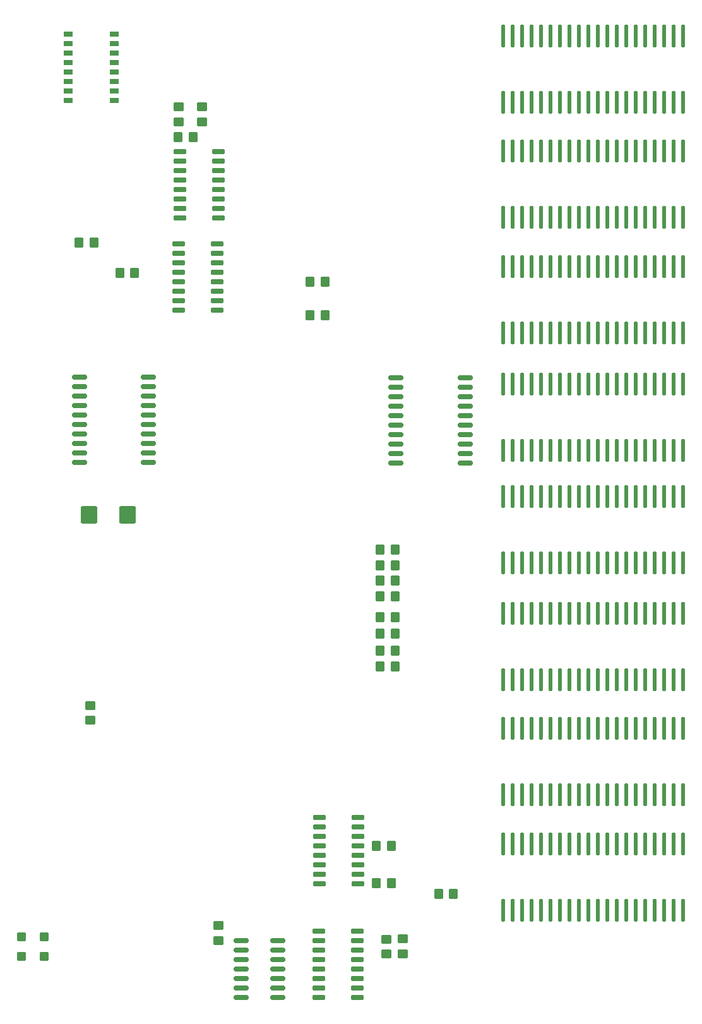
<source format=gbr>
%TF.GenerationSoftware,KiCad,Pcbnew,8.0.5*%
%TF.CreationDate,2024-11-12T15:17:28-04:00*%
%TF.ProjectId,RAMEXB_V2_Github,52414d45-5842-45f5-9632-5f4769746875,rev?*%
%TF.SameCoordinates,Original*%
%TF.FileFunction,Paste,Top*%
%TF.FilePolarity,Positive*%
%FSLAX46Y46*%
G04 Gerber Fmt 4.6, Leading zero omitted, Abs format (unit mm)*
G04 Created by KiCad (PCBNEW 8.0.5) date 2024-11-12 15:17:28*
%MOMM*%
%LPD*%
G01*
G04 APERTURE LIST*
G04 Aperture macros list*
%AMRoundRect*
0 Rectangle with rounded corners*
0 $1 Rounding radius*
0 $2 $3 $4 $5 $6 $7 $8 $9 X,Y pos of 4 corners*
0 Add a 4 corners polygon primitive as box body*
4,1,4,$2,$3,$4,$5,$6,$7,$8,$9,$2,$3,0*
0 Add four circle primitives for the rounded corners*
1,1,$1+$1,$2,$3*
1,1,$1+$1,$4,$5*
1,1,$1+$1,$6,$7*
1,1,$1+$1,$8,$9*
0 Add four rect primitives between the rounded corners*
20,1,$1+$1,$2,$3,$4,$5,0*
20,1,$1+$1,$4,$5,$6,$7,0*
20,1,$1+$1,$6,$7,$8,$9,0*
20,1,$1+$1,$8,$9,$2,$3,0*%
G04 Aperture macros list end*
%ADD10RoundRect,0.250000X0.350000X0.450000X-0.350000X0.450000X-0.350000X-0.450000X0.350000X-0.450000X0*%
%ADD11RoundRect,0.137500X0.137500X-1.361500X0.137500X1.361500X-0.137500X1.361500X-0.137500X-1.361500X0*%
%ADD12RoundRect,0.250000X0.450000X-0.350000X0.450000X0.350000X-0.450000X0.350000X-0.450000X-0.350000X0*%
%ADD13RoundRect,0.250000X-0.350000X-0.450000X0.350000X-0.450000X0.350000X0.450000X-0.350000X0.450000X0*%
%ADD14RoundRect,0.312500X0.312500X0.312500X-0.312500X0.312500X-0.312500X-0.312500X0.312500X-0.312500X0*%
%ADD15R,1.250000X0.760000*%
%ADD16RoundRect,0.150000X-0.875000X-0.150000X0.875000X-0.150000X0.875000X0.150000X-0.875000X0.150000X0*%
%ADD17RoundRect,0.150000X-0.725000X-0.150000X0.725000X-0.150000X0.725000X0.150000X-0.725000X0.150000X0*%
%ADD18RoundRect,0.250000X-0.450000X0.350000X-0.450000X-0.350000X0.450000X-0.350000X0.450000X0.350000X0*%
%ADD19RoundRect,0.250000X0.875000X0.925000X-0.875000X0.925000X-0.875000X-0.925000X0.875000X-0.925000X0*%
%ADD20RoundRect,0.150000X-0.825000X-0.150000X0.825000X-0.150000X0.825000X0.150000X-0.825000X0.150000X0*%
G04 APERTURE END LIST*
D10*
%TO.C,R25*%
X204900000Y-127100000D03*
X202900000Y-127100000D03*
%TD*%
D11*
%TO.C,U17*%
X219925000Y-27430290D03*
X221195000Y-27430290D03*
X222465000Y-27430290D03*
X223735000Y-27430290D03*
X225005000Y-27430290D03*
X226275000Y-27430290D03*
X227545000Y-27430290D03*
X228815000Y-27430290D03*
X230085000Y-27430290D03*
X231355000Y-27430290D03*
X232625000Y-27430290D03*
X233895000Y-27430290D03*
X235165000Y-27430290D03*
X236435000Y-27430290D03*
X237705000Y-27430290D03*
X238975000Y-27430290D03*
X240245000Y-27430290D03*
X241515000Y-27430290D03*
X242785000Y-27430290D03*
X244055000Y-27430290D03*
X244055000Y-18540290D03*
X242785000Y-18540290D03*
X241515000Y-18540290D03*
X240245000Y-18540290D03*
X238975000Y-18540290D03*
X237705000Y-18540290D03*
X236435000Y-18540290D03*
X235165000Y-18540290D03*
X233895000Y-18540290D03*
X232625000Y-18540290D03*
X231355000Y-18540290D03*
X230085000Y-18540290D03*
X228815000Y-18540290D03*
X227545000Y-18540290D03*
X226275000Y-18540290D03*
X225005000Y-18540290D03*
X223735000Y-18540290D03*
X222465000Y-18540290D03*
X221195000Y-18540290D03*
X219925000Y-18540290D03*
%TD*%
D12*
%TO.C,R3*%
X164550000Y-110296421D03*
X164550000Y-108296421D03*
%TD*%
D13*
%TO.C,R1*%
X211255000Y-133525000D03*
X213255000Y-133525000D03*
%TD*%
%TO.C,R8*%
X193995000Y-55990000D03*
X195995000Y-55990000D03*
%TD*%
D12*
%TO.C,R22*%
X179500000Y-30070000D03*
X179500000Y-28070000D03*
%TD*%
D11*
%TO.C,U12*%
X219935000Y-74108651D03*
X221205000Y-74108651D03*
X222475000Y-74108651D03*
X223745000Y-74108651D03*
X225015000Y-74108651D03*
X226285000Y-74108651D03*
X227555000Y-74108651D03*
X228825000Y-74108651D03*
X230095000Y-74108651D03*
X231365000Y-74108651D03*
X232635000Y-74108651D03*
X233905000Y-74108651D03*
X235175000Y-74108651D03*
X236445000Y-74108651D03*
X237715000Y-74108651D03*
X238985000Y-74108651D03*
X240255000Y-74108651D03*
X241525000Y-74108651D03*
X242795000Y-74108651D03*
X244065000Y-74108651D03*
X244065000Y-65218651D03*
X242795000Y-65218651D03*
X241525000Y-65218651D03*
X240255000Y-65218651D03*
X238985000Y-65218651D03*
X237715000Y-65218651D03*
X236445000Y-65218651D03*
X235175000Y-65218651D03*
X233905000Y-65218651D03*
X232635000Y-65218651D03*
X231365000Y-65218651D03*
X230095000Y-65218651D03*
X228825000Y-65218651D03*
X227555000Y-65218651D03*
X226285000Y-65218651D03*
X225015000Y-65218651D03*
X223745000Y-65218651D03*
X222475000Y-65218651D03*
X221205000Y-65218651D03*
X219935000Y-65218651D03*
%TD*%
D14*
%TO.C,D1*%
X158390000Y-139290000D03*
X155290000Y-139290000D03*
%TD*%
D15*
%TO.C,SWA1*%
X161560000Y-18290000D03*
X161560000Y-19560000D03*
X161560000Y-20830000D03*
X161560000Y-22100000D03*
X161560000Y-23370000D03*
X161560000Y-24640000D03*
X161560000Y-25910000D03*
X161560000Y-27180000D03*
X167710000Y-27180000D03*
X167710000Y-25910000D03*
X167710000Y-24640000D03*
X167710000Y-23370000D03*
X167710000Y-22100000D03*
X167710000Y-20830000D03*
X167710000Y-19560000D03*
X167710000Y-18290000D03*
%TD*%
D12*
%TO.C,R4*%
X181720000Y-139800000D03*
X181720000Y-137800000D03*
%TD*%
D11*
%TO.C,U16*%
X219935000Y-135799994D03*
X221205000Y-135799994D03*
X222475000Y-135799994D03*
X223745000Y-135799994D03*
X225015000Y-135799994D03*
X226285000Y-135799994D03*
X227555000Y-135799994D03*
X228825000Y-135799994D03*
X230095000Y-135799994D03*
X231365000Y-135799994D03*
X232635000Y-135799994D03*
X233905000Y-135799994D03*
X235175000Y-135799994D03*
X236445000Y-135799994D03*
X237715000Y-135799994D03*
X238985000Y-135799994D03*
X240255000Y-135799994D03*
X241525000Y-135799994D03*
X242795000Y-135799994D03*
X244065000Y-135799994D03*
X244065000Y-126909994D03*
X242795000Y-126909994D03*
X241525000Y-126909994D03*
X240255000Y-126909994D03*
X238985000Y-126909994D03*
X237715000Y-126909994D03*
X236445000Y-126909994D03*
X235175000Y-126909994D03*
X233905000Y-126909994D03*
X232635000Y-126909994D03*
X231365000Y-126909994D03*
X230095000Y-126909994D03*
X228825000Y-126909994D03*
X227555000Y-126909994D03*
X226285000Y-126909994D03*
X225015000Y-126909994D03*
X223745000Y-126909994D03*
X222475000Y-126909994D03*
X221205000Y-126909994D03*
X219935000Y-126909994D03*
%TD*%
%TO.C,U10*%
X219935000Y-58349171D03*
X221205000Y-58349171D03*
X222475000Y-58349171D03*
X223745000Y-58349171D03*
X225015000Y-58349171D03*
X226285000Y-58349171D03*
X227555000Y-58349171D03*
X228825000Y-58349171D03*
X230095000Y-58349171D03*
X231365000Y-58349171D03*
X232635000Y-58349171D03*
X233905000Y-58349171D03*
X235175000Y-58349171D03*
X236445000Y-58349171D03*
X237715000Y-58349171D03*
X238985000Y-58349171D03*
X240255000Y-58349171D03*
X241525000Y-58349171D03*
X242795000Y-58349171D03*
X244065000Y-58349171D03*
X244065000Y-49459171D03*
X242795000Y-49459171D03*
X241525000Y-49459171D03*
X240255000Y-49459171D03*
X238985000Y-49459171D03*
X237715000Y-49459171D03*
X236445000Y-49459171D03*
X235175000Y-49459171D03*
X233905000Y-49459171D03*
X232635000Y-49459171D03*
X231365000Y-49459171D03*
X230095000Y-49459171D03*
X228825000Y-49459171D03*
X227555000Y-49459171D03*
X226285000Y-49459171D03*
X225015000Y-49459171D03*
X223745000Y-49459171D03*
X222475000Y-49459171D03*
X221205000Y-49459171D03*
X219935000Y-49459171D03*
%TD*%
D16*
%TO.C,U5*%
X163050000Y-64333600D03*
X163050000Y-65603600D03*
X163050000Y-66873600D03*
X163050000Y-68143600D03*
X163050000Y-69413600D03*
X163050000Y-70683600D03*
X163050000Y-71953600D03*
X163050000Y-73223600D03*
X163050000Y-74493600D03*
X163050000Y-75763600D03*
X172350000Y-75763600D03*
X172350000Y-74493600D03*
X172350000Y-73223600D03*
X172350000Y-71953600D03*
X172350000Y-70683600D03*
X172350000Y-69413600D03*
X172350000Y-68143600D03*
X172350000Y-66873600D03*
X172350000Y-65603600D03*
X172350000Y-64333600D03*
%TD*%
D11*
%TO.C,U13*%
X219935000Y-120251410D03*
X221205000Y-120251410D03*
X222475000Y-120251410D03*
X223745000Y-120251410D03*
X225015000Y-120251410D03*
X226285000Y-120251410D03*
X227555000Y-120251410D03*
X228825000Y-120251410D03*
X230095000Y-120251410D03*
X231365000Y-120251410D03*
X232635000Y-120251410D03*
X233905000Y-120251410D03*
X235175000Y-120251410D03*
X236445000Y-120251410D03*
X237715000Y-120251410D03*
X238985000Y-120251410D03*
X240255000Y-120251410D03*
X241525000Y-120251410D03*
X242795000Y-120251410D03*
X244065000Y-120251410D03*
X244065000Y-111361410D03*
X242795000Y-111361410D03*
X241525000Y-111361410D03*
X240255000Y-111361410D03*
X238985000Y-111361410D03*
X237715000Y-111361410D03*
X236445000Y-111361410D03*
X235175000Y-111361410D03*
X233905000Y-111361410D03*
X232635000Y-111361410D03*
X231365000Y-111361410D03*
X230095000Y-111361410D03*
X228825000Y-111361410D03*
X227555000Y-111361410D03*
X226285000Y-111361410D03*
X225015000Y-111361410D03*
X223745000Y-111361410D03*
X222475000Y-111361410D03*
X221205000Y-111361410D03*
X219935000Y-111361410D03*
%TD*%
D13*
%TO.C,R14*%
X203400000Y-103100000D03*
X205400000Y-103100000D03*
%TD*%
%TO.C,R12*%
X203400000Y-96500000D03*
X205400000Y-96500000D03*
%TD*%
D14*
%TO.C,D2*%
X158390000Y-141900000D03*
X155290000Y-141900000D03*
%TD*%
D13*
%TO.C,R16*%
X203400000Y-91600000D03*
X205400000Y-91600000D03*
%TD*%
D17*
%TO.C,U9*%
X176425000Y-46455000D03*
X176425000Y-47725000D03*
X176425000Y-48995000D03*
X176425000Y-50265000D03*
X176425000Y-51535000D03*
X176425000Y-52805000D03*
X176425000Y-54075000D03*
X176425000Y-55345000D03*
X181575000Y-55345000D03*
X181575000Y-54075000D03*
X181575000Y-52805000D03*
X181575000Y-51535000D03*
X181575000Y-50265000D03*
X181575000Y-48995000D03*
X181575000Y-47725000D03*
X181575000Y-46455000D03*
%TD*%
%TO.C,U8*%
X176550000Y-34080000D03*
X176550000Y-35350000D03*
X176550000Y-36620000D03*
X176550000Y-37890000D03*
X176550000Y-39160000D03*
X176550000Y-40430000D03*
X176550000Y-41700000D03*
X176550000Y-42970000D03*
X181700000Y-42970000D03*
X181700000Y-41700000D03*
X181700000Y-40430000D03*
X181700000Y-39160000D03*
X181700000Y-37890000D03*
X181700000Y-36620000D03*
X181700000Y-35350000D03*
X181700000Y-34080000D03*
%TD*%
D13*
%TO.C,R6*%
X193995000Y-51556000D03*
X195995000Y-51556000D03*
%TD*%
%TO.C,R15*%
X203400000Y-101000000D03*
X205400000Y-101000000D03*
%TD*%
D10*
%TO.C,R5*%
X204900000Y-132130000D03*
X202900000Y-132130000D03*
%TD*%
%TO.C,R19*%
X170480000Y-50336790D03*
X168480000Y-50336790D03*
%TD*%
D13*
%TO.C,R13*%
X203400000Y-98700000D03*
X205400000Y-98700000D03*
%TD*%
D16*
%TO.C,U6*%
X205505000Y-64385000D03*
X205505000Y-65655000D03*
X205505000Y-66925000D03*
X205505000Y-68195000D03*
X205505000Y-69465000D03*
X205505000Y-70735000D03*
X205505000Y-72005000D03*
X205505000Y-73275000D03*
X205505000Y-74545000D03*
X205505000Y-75815000D03*
X214805000Y-75815000D03*
X214805000Y-74545000D03*
X214805000Y-73275000D03*
X214805000Y-72005000D03*
X214805000Y-70735000D03*
X214805000Y-69465000D03*
X214805000Y-68195000D03*
X214805000Y-66925000D03*
X214805000Y-65655000D03*
X214805000Y-64385000D03*
%TD*%
D18*
%TO.C,R27*%
X204280000Y-139640000D03*
X204280000Y-141640000D03*
%TD*%
D13*
%TO.C,R17*%
X203400000Y-87400000D03*
X205400000Y-87400000D03*
%TD*%
D17*
%TO.C,U1*%
X195250000Y-123280000D03*
X195250000Y-124550000D03*
X195250000Y-125820000D03*
X195250000Y-127090000D03*
X195250000Y-128360000D03*
X195250000Y-129630000D03*
X195250000Y-130900000D03*
X195250000Y-132170000D03*
X200400000Y-132170000D03*
X200400000Y-130900000D03*
X200400000Y-129630000D03*
X200400000Y-128360000D03*
X200400000Y-127090000D03*
X200400000Y-125820000D03*
X200400000Y-124550000D03*
X200400000Y-123280000D03*
%TD*%
D13*
%TO.C,R10*%
X203400000Y-93700000D03*
X205400000Y-93700000D03*
%TD*%
D19*
%TO.C,C2*%
X169495000Y-82775000D03*
X164395000Y-82775000D03*
%TD*%
D13*
%TO.C,R9*%
X203400000Y-89500000D03*
X205400000Y-89500000D03*
%TD*%
D10*
%TO.C,R7*%
X165040000Y-46260000D03*
X163040000Y-46260000D03*
%TD*%
D11*
%TO.C,U14*%
X219935000Y-104849804D03*
X221205000Y-104849804D03*
X222475000Y-104849804D03*
X223745000Y-104849804D03*
X225015000Y-104849804D03*
X226285000Y-104849804D03*
X227555000Y-104849804D03*
X228825000Y-104849804D03*
X230095000Y-104849804D03*
X231365000Y-104849804D03*
X232635000Y-104849804D03*
X233905000Y-104849804D03*
X235175000Y-104849804D03*
X236445000Y-104849804D03*
X237715000Y-104849804D03*
X238985000Y-104849804D03*
X240255000Y-104849804D03*
X241525000Y-104849804D03*
X242795000Y-104849804D03*
X244065000Y-104849804D03*
X244065000Y-95959804D03*
X242795000Y-95959804D03*
X241525000Y-95959804D03*
X240255000Y-95959804D03*
X238985000Y-95959804D03*
X237715000Y-95959804D03*
X236445000Y-95959804D03*
X235175000Y-95959804D03*
X233905000Y-95959804D03*
X232635000Y-95959804D03*
X231365000Y-95959804D03*
X230095000Y-95959804D03*
X228825000Y-95959804D03*
X227555000Y-95959804D03*
X226285000Y-95959804D03*
X225015000Y-95959804D03*
X223745000Y-95959804D03*
X222475000Y-95959804D03*
X221205000Y-95959804D03*
X219935000Y-95959804D03*
%TD*%
D17*
%TO.C,U2*%
X195200000Y-138540000D03*
X195200000Y-139810000D03*
X195200000Y-141080000D03*
X195200000Y-142350000D03*
X195200000Y-143620000D03*
X195200000Y-144890000D03*
X195200000Y-146160000D03*
X195200000Y-147430000D03*
X200350000Y-147430000D03*
X200350000Y-146160000D03*
X200350000Y-144890000D03*
X200350000Y-143620000D03*
X200350000Y-142350000D03*
X200350000Y-141080000D03*
X200350000Y-139810000D03*
X200350000Y-138540000D03*
%TD*%
D18*
%TO.C,R2*%
X206480000Y-139610000D03*
X206480000Y-141610000D03*
%TD*%
D11*
%TO.C,U15*%
X219935000Y-42890000D03*
X221205000Y-42890000D03*
X222475000Y-42890000D03*
X223745000Y-42890000D03*
X225015000Y-42890000D03*
X226285000Y-42890000D03*
X227555000Y-42890000D03*
X228825000Y-42890000D03*
X230095000Y-42890000D03*
X231365000Y-42890000D03*
X232635000Y-42890000D03*
X233905000Y-42890000D03*
X235175000Y-42890000D03*
X236445000Y-42890000D03*
X237715000Y-42890000D03*
X238985000Y-42890000D03*
X240255000Y-42890000D03*
X241525000Y-42890000D03*
X242795000Y-42890000D03*
X244065000Y-42890000D03*
X244065000Y-34000000D03*
X242795000Y-34000000D03*
X241525000Y-34000000D03*
X240255000Y-34000000D03*
X238985000Y-34000000D03*
X237715000Y-34000000D03*
X236445000Y-34000000D03*
X235175000Y-34000000D03*
X233905000Y-34000000D03*
X232635000Y-34000000D03*
X231365000Y-34000000D03*
X230095000Y-34000000D03*
X228825000Y-34000000D03*
X227555000Y-34000000D03*
X226285000Y-34000000D03*
X225015000Y-34000000D03*
X223745000Y-34000000D03*
X222475000Y-34000000D03*
X221205000Y-34000000D03*
X219935000Y-34000000D03*
%TD*%
D12*
%TO.C,R23*%
X176350000Y-30070000D03*
X176350000Y-28070000D03*
%TD*%
D20*
%TO.C,U7*%
X184750000Y-139795000D03*
X184750000Y-141065000D03*
X184750000Y-142335000D03*
X184750000Y-143605000D03*
X184750000Y-144875000D03*
X184750000Y-146145000D03*
X184750000Y-147415000D03*
X189700000Y-147415000D03*
X189700000Y-146145000D03*
X189700000Y-144875000D03*
X189700000Y-143605000D03*
X189700000Y-142335000D03*
X189700000Y-141065000D03*
X189700000Y-139795000D03*
%TD*%
D11*
%TO.C,U11*%
X219935000Y-89206285D03*
X221205000Y-89206285D03*
X222475000Y-89206285D03*
X223745000Y-89206285D03*
X225015000Y-89206285D03*
X226285000Y-89206285D03*
X227555000Y-89206285D03*
X228825000Y-89206285D03*
X230095000Y-89206285D03*
X231365000Y-89206285D03*
X232635000Y-89206285D03*
X233905000Y-89206285D03*
X235175000Y-89206285D03*
X236445000Y-89206285D03*
X237715000Y-89206285D03*
X238985000Y-89206285D03*
X240255000Y-89206285D03*
X241525000Y-89206285D03*
X242795000Y-89206285D03*
X244065000Y-89206285D03*
X244065000Y-80316285D03*
X242795000Y-80316285D03*
X241525000Y-80316285D03*
X240255000Y-80316285D03*
X238985000Y-80316285D03*
X237715000Y-80316285D03*
X236445000Y-80316285D03*
X235175000Y-80316285D03*
X233905000Y-80316285D03*
X232635000Y-80316285D03*
X231365000Y-80316285D03*
X230095000Y-80316285D03*
X228825000Y-80316285D03*
X227555000Y-80316285D03*
X226285000Y-80316285D03*
X225015000Y-80316285D03*
X223745000Y-80316285D03*
X222475000Y-80316285D03*
X221205000Y-80316285D03*
X219935000Y-80316285D03*
%TD*%
D10*
%TO.C,R26*%
X178300000Y-32100000D03*
X176300000Y-32100000D03*
%TD*%
M02*

</source>
